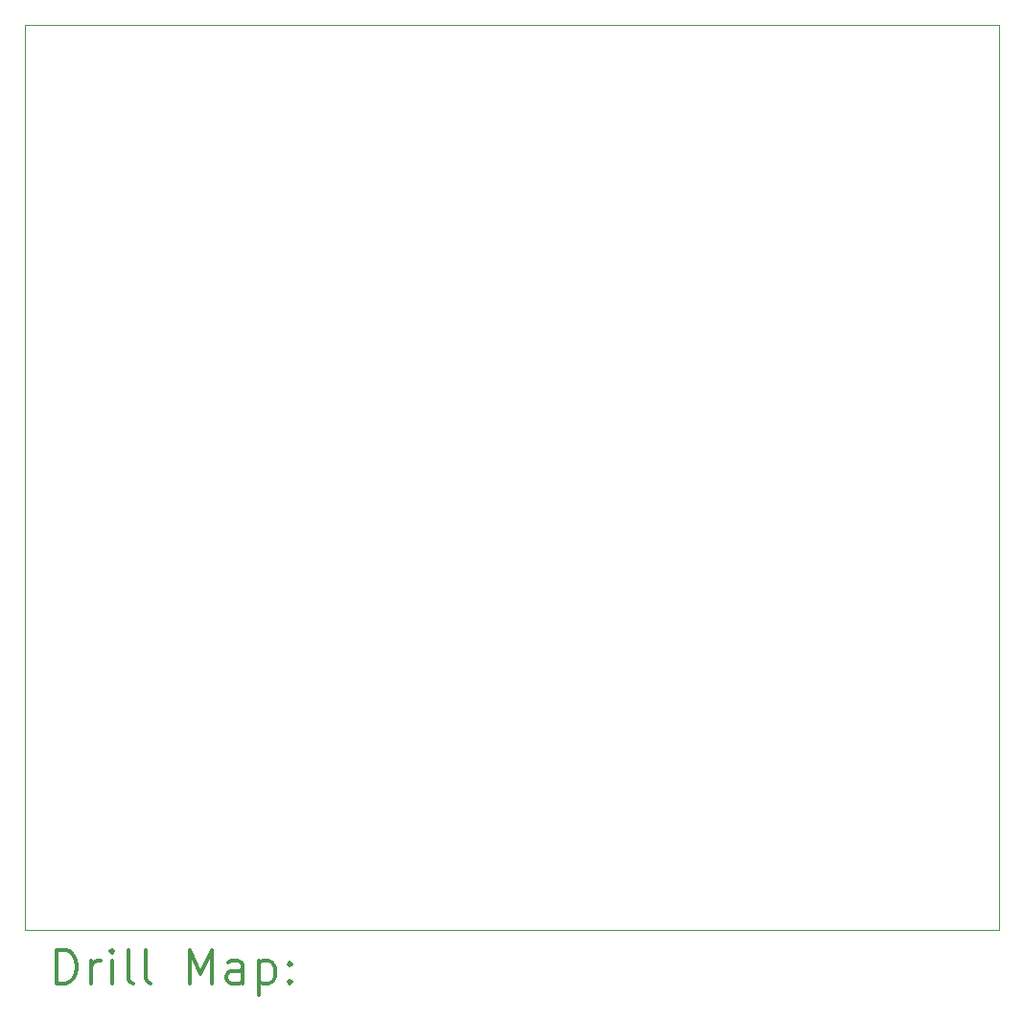
<source format=gbr>
%FSLAX45Y45*%
G04 Gerber Fmt 4.5, Leading zero omitted, Abs format (unit mm)*
G04 Created by KiCad (PCBNEW 5.0.2-bee76a0~70~ubuntu18.04.1) date So 10 Mär 2019 09:39:06 CET*
%MOMM*%
%LPD*%
G01*
G04 APERTURE LIST*
%ADD10C,0.100000*%
%ADD11C,0.200000*%
%ADD12C,0.300000*%
G04 APERTURE END LIST*
D10*
X10400000Y-13800000D02*
X10400000Y-5800000D01*
X19000000Y-13800000D02*
X10400000Y-13800000D01*
X19000000Y-5800000D02*
X19000000Y-13800000D01*
X10400000Y-5800000D02*
X19000000Y-5800000D01*
D11*
D12*
X10681428Y-14270714D02*
X10681428Y-13970714D01*
X10752857Y-13970714D01*
X10795714Y-13985000D01*
X10824286Y-14013571D01*
X10838571Y-14042143D01*
X10852857Y-14099286D01*
X10852857Y-14142143D01*
X10838571Y-14199286D01*
X10824286Y-14227857D01*
X10795714Y-14256429D01*
X10752857Y-14270714D01*
X10681428Y-14270714D01*
X10981428Y-14270714D02*
X10981428Y-14070714D01*
X10981428Y-14127857D02*
X10995714Y-14099286D01*
X11010000Y-14085000D01*
X11038571Y-14070714D01*
X11067143Y-14070714D01*
X11167143Y-14270714D02*
X11167143Y-14070714D01*
X11167143Y-13970714D02*
X11152857Y-13985000D01*
X11167143Y-13999286D01*
X11181428Y-13985000D01*
X11167143Y-13970714D01*
X11167143Y-13999286D01*
X11352857Y-14270714D02*
X11324286Y-14256429D01*
X11310000Y-14227857D01*
X11310000Y-13970714D01*
X11510000Y-14270714D02*
X11481428Y-14256429D01*
X11467143Y-14227857D01*
X11467143Y-13970714D01*
X11852857Y-14270714D02*
X11852857Y-13970714D01*
X11952857Y-14185000D01*
X12052857Y-13970714D01*
X12052857Y-14270714D01*
X12324286Y-14270714D02*
X12324286Y-14113571D01*
X12310000Y-14085000D01*
X12281428Y-14070714D01*
X12224286Y-14070714D01*
X12195714Y-14085000D01*
X12324286Y-14256429D02*
X12295714Y-14270714D01*
X12224286Y-14270714D01*
X12195714Y-14256429D01*
X12181428Y-14227857D01*
X12181428Y-14199286D01*
X12195714Y-14170714D01*
X12224286Y-14156429D01*
X12295714Y-14156429D01*
X12324286Y-14142143D01*
X12467143Y-14070714D02*
X12467143Y-14370714D01*
X12467143Y-14085000D02*
X12495714Y-14070714D01*
X12552857Y-14070714D01*
X12581428Y-14085000D01*
X12595714Y-14099286D01*
X12610000Y-14127857D01*
X12610000Y-14213571D01*
X12595714Y-14242143D01*
X12581428Y-14256429D01*
X12552857Y-14270714D01*
X12495714Y-14270714D01*
X12467143Y-14256429D01*
X12738571Y-14242143D02*
X12752857Y-14256429D01*
X12738571Y-14270714D01*
X12724286Y-14256429D01*
X12738571Y-14242143D01*
X12738571Y-14270714D01*
X12738571Y-14085000D02*
X12752857Y-14099286D01*
X12738571Y-14113571D01*
X12724286Y-14099286D01*
X12738571Y-14085000D01*
X12738571Y-14113571D01*
M02*

</source>
